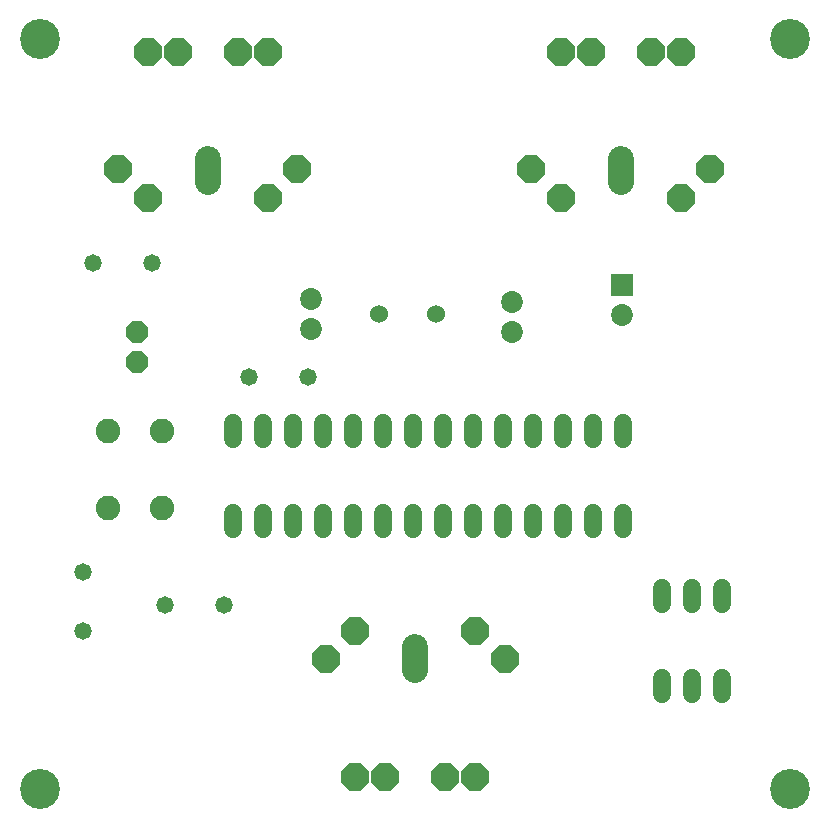
<source format=gbs>
G75*
G70*
%OFA0B0*%
%FSLAX24Y24*%
%IPPOS*%
%LPD*%
%AMOC8*
5,1,8,0,0,1.08239X$1,22.5*
%
%ADD10C,0.1330*%
%ADD11C,0.0600*%
%ADD12C,0.0820*%
%ADD13C,0.0580*%
%ADD14C,0.0600*%
%ADD15C,0.0730*%
%ADD16C,0.0860*%
%ADD17OC8,0.0940*%
%ADD18R,0.0730X0.0730*%
%ADD19OC8,0.0740*%
D10*
X001351Y001356D03*
X001351Y026356D03*
X026351Y026356D03*
X026351Y001356D03*
D11*
X024101Y004546D02*
X024101Y005066D01*
X023101Y005066D02*
X023101Y004546D01*
X022101Y004546D02*
X022101Y005066D01*
X022101Y007546D02*
X022101Y008066D01*
X023101Y008066D02*
X023101Y007546D01*
X024101Y007546D02*
X024101Y008066D01*
X020801Y010046D02*
X020801Y010566D01*
X019801Y010566D02*
X019801Y010046D01*
X018801Y010046D02*
X018801Y010566D01*
X017801Y010566D02*
X017801Y010046D01*
X016801Y010046D02*
X016801Y010566D01*
X015801Y010566D02*
X015801Y010046D01*
X014801Y010046D02*
X014801Y010566D01*
X013801Y010566D02*
X013801Y010046D01*
X012801Y010046D02*
X012801Y010566D01*
X011801Y010566D02*
X011801Y010046D01*
X010801Y010046D02*
X010801Y010566D01*
X009801Y010566D02*
X009801Y010046D01*
X008801Y010046D02*
X008801Y010566D01*
X007801Y010566D02*
X007801Y010046D01*
X007801Y013046D02*
X007801Y013566D01*
X008801Y013566D02*
X008801Y013046D01*
X009801Y013046D02*
X009801Y013566D01*
X010801Y013566D02*
X010801Y013046D01*
X011801Y013046D02*
X011801Y013566D01*
X012801Y013566D02*
X012801Y013046D01*
X013801Y013046D02*
X013801Y013566D01*
X014801Y013566D02*
X014801Y013046D01*
X015801Y013046D02*
X015801Y013566D01*
X016801Y013566D02*
X016801Y013046D01*
X017801Y013046D02*
X017801Y013566D01*
X018801Y013566D02*
X018801Y013046D01*
X019801Y013046D02*
X019801Y013566D01*
X020801Y013566D02*
X020801Y013046D01*
D12*
X005416Y013286D03*
X003636Y013286D03*
X003636Y010726D03*
X005416Y010726D03*
D13*
X002801Y008590D03*
X002801Y006621D03*
X005517Y007506D03*
X007485Y007506D03*
X008317Y015106D03*
X010285Y015106D03*
X005085Y018906D03*
X003117Y018906D03*
D14*
X012651Y017206D03*
X014551Y017206D03*
D15*
X017101Y017606D03*
X017101Y016606D03*
X020751Y017181D03*
X010401Y016706D03*
X010401Y017706D03*
D16*
X006976Y021599D02*
X006976Y022379D01*
X020726Y022379D02*
X020726Y021599D01*
X013851Y006113D02*
X013851Y005333D01*
D17*
X011851Y006644D03*
X010890Y005683D03*
X011851Y001762D03*
X012851Y001762D03*
X014851Y001762D03*
X015851Y001762D03*
X016851Y005683D03*
X015851Y006644D03*
X018726Y021067D03*
X017726Y022028D03*
X018726Y025949D03*
X019726Y025949D03*
X021726Y025949D03*
X022726Y025949D03*
X023686Y022028D03*
X022726Y021067D03*
X009936Y022028D03*
X008976Y021067D03*
X004976Y021067D03*
X003976Y022028D03*
X004976Y025949D03*
X005976Y025949D03*
X007976Y025949D03*
X008976Y025949D03*
D18*
X020751Y018181D03*
D19*
X004601Y016606D03*
X004601Y015606D03*
M02*

</source>
